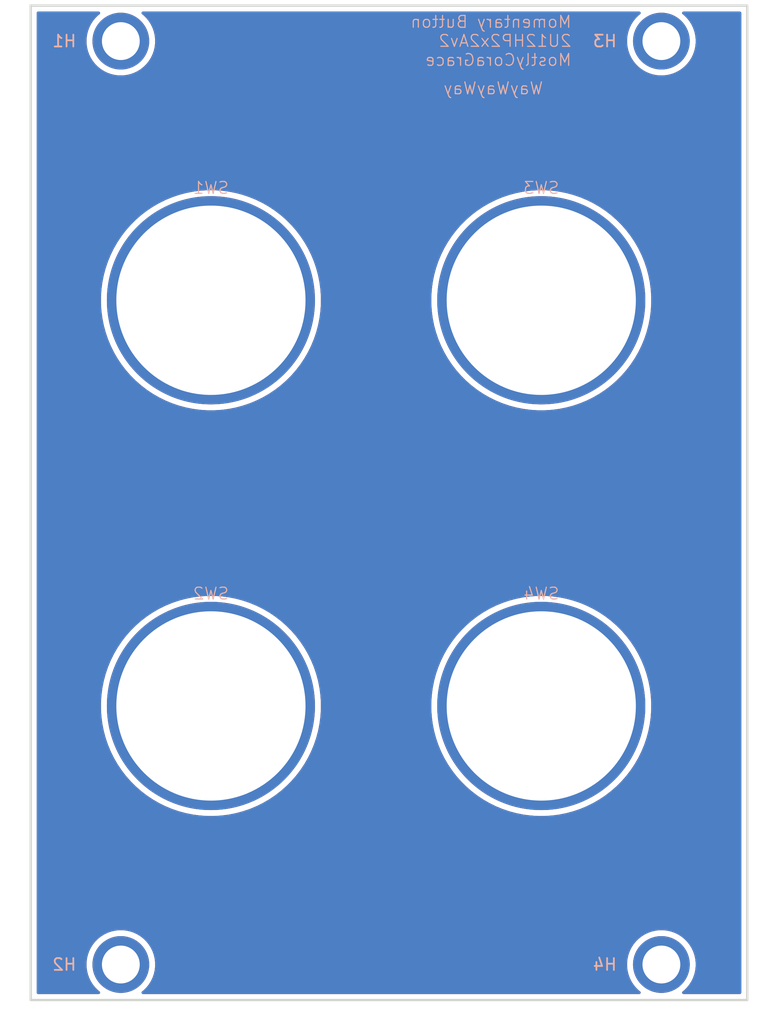
<source format=kicad_pcb>
(kicad_pcb (version 20241229) (generator "pcbnew") (generator_version "9.0")
  (layers (0 "F.Cu" signal) (2 "B.Cu" signal) (13 "F.Paste" user) (15 "B.Paste" user) (5 "F.SilkS" user "F.Silkscreen") (7 "B.SilkS" user "B.Silkscreen") (1 "F.Mask" user) (3 "B.Mask" user) (25 "Edge.Cuts" user))
  (net 0 "")
  (footprint "EXC:MountingHole_3.2mm_M3" (layer "F.Cu") (at 7.62 83.475)
    (property "Reference" "H2" (at -3.683 0 0) (layer "B.SilkS") (effects (justify left mirror)))
    (property "Value" "Eurorack_M3_MountingHole")
    (pad "" thru_hole circle (at 0 0) (size 4.8 4.8) (drill 3.2) (layers "*.Cu" "*.Mask"))
  )
  (footprint "EXC:MountingHole_3.2mm_M3" (layer "F.Cu") (at 7.62 5.425)
    (property "Reference" "H1" (at -3.683 0 0) (layer "B.SilkS") (effects (justify left mirror)))
    (property "Value" "Eurorack_M3_MountingHole")
    (pad "" thru_hole circle (at 0 0) (size 4.8 4.8) (drill 3.2) (layers "*.Cu" "*.Mask"))
  )
  (footprint "EXC:SW_SPST_M16_Panel_Mount_Push-Button" (layer "F.Cu") (at 43.18 27.33)
    (property "Reference" "SW3" (at 0 -9.5 0) (layer "B.SilkS") (effects (font (thickness 0.1)) (justify mirror)))
    (property "Value" "SW_SPST_M16_Panel_Mount_Push-Button")
    (pad "" thru_hole circle (at 0 0) (size 17.6 17.6) (drill 16) (layers "*.Cu" "*.Mask"))
  )
  (footprint "EXC:SW_SPST_M16_Panel_Mount_Push-Button" (layer "F.Cu") (at 15.24 61.62)
    (property "Reference" "SW2" (at 0 -9.5 0) (layer "B.SilkS") (effects (font (thickness 0.1)) (justify mirror)))
    (property "Value" "SW_SPST_M16_Panel_Mount_Push-Button")
    (pad "" thru_hole circle (at 0 0) (size 17.6 17.6) (drill 16) (layers "*.Cu" "*.Mask"))
  )
  (footprint "EXC:MountingHole_3.2mm_M3" (layer "F.Cu") (at 53.34 83.475)
    (property "Reference" "H4" (at -3.683 0 0) (layer "B.SilkS") (effects (justify left mirror)))
    (property "Value" "Eurorack_M3_MountingHole")
    (pad "" thru_hole circle (at 0 0) (size 4.8 4.8) (drill 3.2) (layers "*.Cu" "*.Mask"))
  )
  (footprint "EXC:MountingHole_3.2mm_M3" (layer "F.Cu") (at 53.34 5.425)
    (property "Reference" "H3" (at -3.683 0 0) (layer "B.SilkS") (effects (justify left mirror)))
    (property "Value" "Eurorack_M3_MountingHole")
    (pad "" thru_hole circle (at 0 0) (size 4.8 4.8) (drill 3.2) (layers "*.Cu" "*.Mask"))
  )
  (footprint "EXC:SW_SPST_M16_Panel_Mount_Push-Button" (layer "F.Cu") (at 15.24 27.33)
    (property "Reference" "SW1" (at 0 -9.5 0) (layer "B.SilkS") (effects (font (thickness 0.1)) (justify mirror)))
    (property "Value" "SW_SPST_M16_Panel_Mount_Push-Button")
    (pad "" thru_hole circle (at 0 0) (size 17.6 17.6) (drill 16) (layers "*.Cu" "*.Mask"))
  )
  (footprint "EXC:SW_SPST_M16_Panel_Mount_Push-Button" (layer "F.Cu") (at 43.18 61.62)
    (property "Reference" "SW4" (at 0 -9.5 0) (layer "B.SilkS") (effects (font (thickness 0.1)) (justify mirror)))
    (property "Value" "SW_SPST_M16_Panel_Mount_Push-Button")
    (pad "" thru_hole circle (at 0 0) (size 17.6 17.6) (drill 16) (layers "*.Cu" "*.Mask"))
  )
  (gr_rect (start 0 2.425) (end 60.6 86.475) (stroke (width 0.2)) (fill no) (layer "Edge.Cuts"))
  (gr_text "Momentary Button\n2U12HP2x2Av2\nMostlyCoraGrace" (at 45.8 7.6 0) (layer "B.SilkS") (effects (font (size 1 1) (thickness 0.1)) (justify left bottom mirror)))
  (gr_text "WayWayWay" (at 43.4 10 0) (layer "B.SilkS") (effects (font (size 1 1) (thickness 0.1)) (justify left bottom mirror)))
  (zone (net 0) (net_name "") (layers "F.Cu" "B.Cu") (connect_pads (clearance 0.5)) (min_thickness 0.25) (fill yes (thermal_gap 0.5) (thermal_bridge_width 0.5) (island_removal_mode 1) (island_area_min 10))
    (polygon (pts (xy 0 2.425) (xy 60.6 2.425) (xy 60.6 86.475) (xy 0 86.475)))
  )
)
</source>
